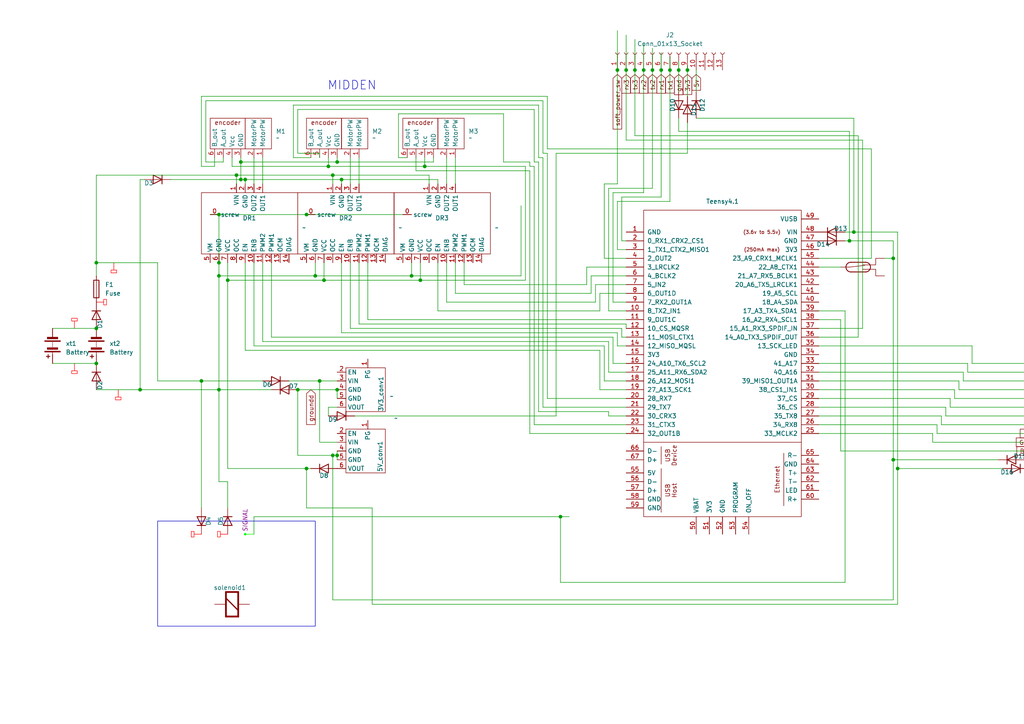
<source format=kicad_sch>
(kicad_sch (version 20231120) (generator "eeschema") (generator_version "8.0")
  (paper "A4")
  (lib_symbols
    (symbol "Connector:Conn_01x13_Socket" (pin_names (offset 1.016) hide)
      (property "Reference" "J" (at 0 17.78 0))
      (property "Value" "Conn_01x13_Socket" (at 0 -17.78 0))
      (symbol "Conn_01x13_Socket_1_1"
        (pin passive line (at -5.08 15.24 0) (length 3.81) (name "Pin_1") (number "1"))
        (pin passive line (at -5.08 -7.62 0) (length 3.81) (name "Pin_10") (number "10"))
        (pin passive line (at -5.08 -10.16 0) (length 3.81) (name "Pin_11") (number "11"))
        (pin passive line (at -5.08 -12.7 0) (length 3.81) (name "Pin_12") (number "12"))
        (pin passive line (at -5.08 -15.24 0) (length 3.81) (name "Pin_13") (number "13"))
        (pin passive line (at -5.08 12.7 0) (length 3.81) (name "Pin_2") (number "2"))
        (pin passive line (at -5.08 10.16 0) (length 3.81) (name "Pin_3") (number "3"))
        (pin passive line (at -5.08 7.62 0) (length 3.81) (name "Pin_4") (number "4"))
        (pin passive line (at -5.08 5.08 0) (length 3.81) (name "Pin_5") (number "5"))
        (pin passive line (at -5.08 2.54 0) (length 3.81) (name "Pin_6") (number "6"))
        (pin passive line (at -5.08 0 0) (length 3.81) (name "Pin_7") (number "7"))
        (pin passive line (at -5.08 -2.54 0) (length 3.81) (name "Pin_8") (number "8"))
        (pin passive line (at -5.08 -5.08 0) (length 3.81) (name "Pin_9") (number "9"))
      )
    )
    (symbol "Library:Battery" (pin_numbers hide) (pin_names (offset 0) hide)
      (property "Reference" "BT" (at 2.54 2.54 0))
      (property "Value" "Battery" (at 2.54 0 0))
      (symbol "Battery_1_1"
        (pin passive line (at 0 5.08 270) (length 2.54) (name "+") (number "1"))
        (pin passive line (at 0 -5.08 90) (length 2.54) (name "-") (number "2"))
      )
    )
    (symbol "Library:D" (pin_numbers hide) (pin_names (offset 1.016) hide)
      (property "Reference" "D" (at 0 2.54 0))
      (property "Value" "D" (at 0 -2.54 0))
      (symbol "D_1_1"
        (pin passive line (at -3.81 0 0) (length 2.54) (name "K") (number "1"))
        (pin passive line (at 3.81 0 180) (length 2.54) (name "A") (number "2"))
      )
    )
    (symbol "Library:Fuse" (pin_numbers hide) (pin_names (offset 0))
      (property "Reference" "F" (at 2.032 0 90))
      (property "Value" "Fuse" (at -1.905 0 90))
      (symbol "Fuse_1_1"
        (pin passive line (at 0 3.81 270) (length 1.27) (name "~") (number "1"))
        (pin passive line (at 0 -3.81 90) (length 1.27) (name "~") (number "2"))
      )
    )
    (symbol "Library:Re" (pin_numbers hide) (pin_names (offset 0) hide)
      (property "Reference" "Re" (at 0.635 3.175 0))
      (property "Value" "Re" (at 0.635 -3.175 0))
      (symbol "Re_1_0"
        (pin passive line (at 0 5.08 270) (length 3.175) (name "+") (number "1"))
        (pin passive line (at 0 -5.08 90) (length 3.175) (name "-") (number "2"))
      )
    )
    (symbol "Library:TB9051FTG"
      (property "Reference" "DR" (at 0 -1.778 0))
      (symbol "TB9051FTG_1_1"
        (pin input line (at -11.43 0 0) (length 2.54) (name "screw") (number "0"))
        (pin power_in line (at -3.81 8.89 270) (length 2.54) (name "VIN") (number "1"))
        (pin input line (at 1.27 -13.97 90) (length 2.54) (name "ENB") (number "10"))
        (pin input line (at 3.81 -13.97 90) (length 2.54) (name "PWM2") (number "11"))
        (pin input line (at 6.35 -13.97 90) (length 2.54) (name "PWM1") (number "12"))
        (pin output line (at 8.89 -13.97 90) (length 2.54) (name "OCM") (number "13"))
        (pin output line (at 11.43 -13.97 90) (length 2.54) (name "DIAG") (number "14"))
        (pin power_in line (at -1.27 8.89 270) (length 2.54) (name "GND") (number "2"))
        (pin power_out line (at 1.27 8.89 270) (length 2.54) (name "OUT2") (number "3"))
        (pin power_out line (at 3.81 8.89 270) (length 2.54) (name "OUT1") (number "4"))
        (pin power_out line (at -11.43 -13.97 90) (length 2.54) (name "VM") (number "5"))
        (pin power_in line (at -8.89 -13.97 90) (length 2.54) (name "GND") (number "6"))
        (pin power_in line (at -6.35 -13.97 90) (length 2.54) (name "VCC") (number "7"))
        (pin input line (at -3.81 -13.97 90) (length 2.54) (name "OCC") (number "8"))
        (pin input line (at -1.27 -13.97 90) (length 2.54) (name "EN") (number "9"))
      )
    )
    (symbol "Library:Teensy4.1" (pin_names (offset 1.016))
      (property "Reference" "U" (at 0 64.77 0))
      (property "Value" "Teensy4.1" (at 0 62.23 0))
      (symbol "Teensy4.1_0_0"
        (text "(250mA max)" (at 11.43 49.53 0) (effects (font (size 1.016 1.016))))
        (text "(3.6v to 5.5v)" (at 11.43 54.61 0) (effects (font (size 1.016 1.016))))
        (text "Device" (at -13.97 -10.16 900) (effects (font (size 1.27 1.27))))
        (text "Ethernet" (at 15.875 -17.145 900) (effects (font (size 1.27 1.27))))
        (text "Host" (at -13.97 -20.32 900) (effects (font (size 1.27 1.27))))
        (text "USB" (at -15.875 -20.32 900) (effects (font (size 1.27 1.27))))
        (text "USB" (at -15.875 -10.16 900) (effects (font (size 1.27 1.27))))
        (pin bidirectional line (at -27.94 31.75 0) (length 5.08) (name "8_TX2_IN1") (number "10"))
        (pin bidirectional line (at -27.94 29.21 0) (length 5.08) (name "9_OUT1C") (number "11"))
        (pin bidirectional line (at -27.94 26.67 0) (length 5.08) (name "10_CS_MQSR") (number "12"))
        (pin bidirectional line (at -27.94 24.13 0) (length 5.08) (name "11_MOSI_CTX1") (number "13"))
        (pin bidirectional line (at -27.94 21.59 0) (length 5.08) (name "12_MISO_MQSL") (number "14"))
        (pin power_in line (at -27.94 19.05 0) (length 5.08) (name "3V3") (number "15"))
        (pin bidirectional line (at -27.94 16.51 0) (length 5.08) (name "24_A10_TX6_SCL2") (number "16"))
        (pin bidirectional line (at -27.94 13.97 0) (length 5.08) (name "25_A11_RX6_SDA2") (number "17"))
        (pin bidirectional line (at -27.94 11.43 0) (length 5.08) (name "26_A12_MOSI1") (number "18"))
        (pin bidirectional line (at -27.94 8.89 0) (length 5.08) (name "27_A13_SCK1") (number "19"))
        (pin bidirectional line (at -27.94 6.35 0) (length 5.08) (name "28_RX7") (number "20"))
        (pin bidirectional line (at -27.94 3.81 0) (length 5.08) (name "29_TX7") (number "21"))
        (pin bidirectional line (at -27.94 1.27 0) (length 5.08) (name "30_CRX3") (number "22"))
        (pin bidirectional line (at -27.94 -1.27 0) (length 5.08) (name "31_CTX3") (number "23"))
        (pin bidirectional line (at -27.94 -3.81 0) (length 5.08) (name "32_OUT1B") (number "24"))
        (pin bidirectional line (at 27.94 -3.81 180) (length 5.08) (name "33_MCLK2") (number "25"))
        (pin bidirectional line (at 27.94 -1.27 180) (length 5.08) (name "34_RX8") (number "26"))
        (pin bidirectional line (at 27.94 1.27 180) (length 5.08) (name "35_TX8") (number "27"))
        (pin bidirectional line (at 27.94 3.81 180) (length 5.08) (name "36_CS") (number "28"))
        (pin bidirectional line (at 27.94 6.35 180) (length 5.08) (name "37_CS") (number "29"))
        (pin bidirectional line (at 27.94 8.89 180) (length 5.08) (name "38_CS1_IN1") (number "30"))
        (pin bidirectional line (at 27.94 11.43 180) (length 5.08) (name "39_MISO1_OUT1A") (number "31"))
        (pin bidirectional line (at 27.94 13.97 180) (length 5.08) (name "40_A16") (number "32"))
        (pin bidirectional line (at 27.94 16.51 180) (length 5.08) (name "41_A17") (number "33"))
        (pin bidirectional line (at 27.94 21.59 180) (length 5.08) (name "13_SCK_LED") (number "35"))
        (pin bidirectional line (at 27.94 24.13 180) (length 5.08) (name "14_A0_TX3_SPDIF_OUT") (number "36"))
        (pin bidirectional line (at 27.94 26.67 180) (length 5.08) (name "15_A1_RX3_SPDIF_IN") (number "37"))
        (pin bidirectional line (at 27.94 29.21 180) (length 5.08) (name "16_A2_RX4_SCL1") (number "38"))
        (pin bidirectional line (at 27.94 31.75 180) (length 5.08) (name "17_A3_TX4_SDA1") (number "39"))
        (pin bidirectional line (at 27.94 34.29 180) (length 5.08) (name "18_A4_SDA") (number "40"))
        (pin bidirectional line (at 27.94 36.83 180) (length 5.08) (name "19_A5_SCL") (number "41"))
        (pin bidirectional line (at 27.94 39.37 180) (length 5.08) (name "20_A6_TX5_LRCLK1") (number "42"))
        (pin bidirectional line (at 27.94 41.91 180) (length 5.08) (name "21_A7_RX5_BCLK1") (number "43"))
        (pin bidirectional line (at 27.94 44.45 180) (length 5.08) (name "22_A8_CTX1") (number "44"))
        (pin bidirectional line (at 27.94 46.99 180) (length 5.08) (name "23_A9_CRX1_MCLK1") (number "45"))
        (pin output line (at 27.94 49.53 180) (length 5.08) (name "3V3") (number "46"))
        (pin output line (at 27.94 52.07 180) (length 5.08) (name "GND") (number "47"))
        (pin power_in line (at 27.94 54.61 180) (length 5.08) (name "VIN") (number "48"))
        (pin power_out line (at 27.94 58.42 180) (length 5.08) (name "VUSB") (number "49"))
        (pin bidirectional line (at -27.94 44.45 0) (length 5.08) (name "3_LRCLK2") (number "5"))
        (pin power_in line (at -7.62 -33.02 90) (length 5.08) (name "VBAT") (number "50"))
        (pin power_in line (at -3.81 -33.02 90) (length 5.08) (name "3V3") (number "51"))
        (pin input line (at 0 -33.02 90) (length 5.08) (name "GND") (number "52"))
        (pin input line (at 3.81 -33.02 90) (length 5.08) (name "PROGRAM") (number "53"))
        (pin input line (at 7.62 -33.02 90) (length 5.08) (name "ON_OFF") (number "54"))
        (pin power_out line (at -27.94 -15.24 0) (length 5.08) (name "5V") (number "55"))
        (pin bidirectional line (at -27.94 -17.78 0) (length 5.08) (name "D-") (number "56"))
        (pin bidirectional line (at -27.94 -20.32 0) (length 5.08) (name "D+") (number "57"))
        (pin power_in line (at -27.94 -22.86 0) (length 5.08) (name "GND") (number "58"))
        (pin power_in line (at -27.94 -25.4 0) (length 5.08) (name "GND") (number "59"))
        (pin bidirectional line (at -27.94 41.91 0) (length 5.08) (name "4_BCLK2") (number "6"))
        (pin bidirectional line (at 27.94 -22.86 180) (length 5.08) (name "R+") (number "60"))
        (pin bidirectional line (at 27.94 -20.32 180) (length 5.08) (name "LED") (number "61"))
        (pin bidirectional line (at 27.94 -17.78 180) (length 5.08) (name "T-") (number "62"))
        (pin bidirectional line (at 27.94 -15.24 180) (length 5.08) (name "T+") (number "63"))
        (pin power_in line (at 27.94 -12.7 180) (length 5.08) (name "GND") (number "64"))
        (pin bidirectional line (at 27.94 -10.16 180) (length 5.08) (name "R-") (number "65"))
        (pin bidirectional line (at -27.94 -8.89 0) (length 5.08) (name "D-") (number "66"))
        (pin bidirectional line (at -27.94 -11.43 0) (length 5.08) (name "D+") (number "67"))
        (pin bidirectional line (at -27.94 39.37 0) (length 5.08) (name "5_IN2") (number "7"))
        (pin bidirectional line (at -27.94 36.83 0) (length 5.08) (name "6_OUT1D") (number "8"))
        (pin bidirectional line (at -27.94 34.29 0) (length 5.08) (name "7_RX2_OUT1A") (number "9"))
      )
      (symbol "Teensy4.1_1_1"
        (pin power_in line (at -27.94 54.61 0) (length 5.08) (name "GND") (number "1"))
        (pin bidirectional line (at -27.94 52.07 0) (length 5.08) (name "0_RX1_CRX2_CS1") (number "2"))
        (pin bidirectional line (at -27.94 49.53 0) (length 5.08) (name "1_TX1_CTX2_MISO1") (number "3"))
        (pin power_in line (at 27.94 19.05 180) (length 5.08) (name "GND") (number "34"))
        (pin bidirectional line (at -27.94 46.99 0) (length 5.08) (name "2_OUT2") (number "4"))
      )
    )
    (symbol "Library:pololu_3.3V,_3.7A_Step-Down_Voltage_Regulator_D30V30F3"
      (property "Reference" "3V3_conv" (at 8.636 -8.382 90))
      (symbol "pololu_3.3V,_3.7A_Step-Down_Voltage_Regulator_D30V30F3_1_1"
        (pin output line (at 5.08 1.27 270) (length 2.54) (name "PG") (number "1"))
        (pin input line (at -3.81 -2.54 0) (length 2.54) (name "EN") (number "2"))
        (pin power_in line (at -3.81 -5.08 0) (length 2.54) (name "VIN") (number "3"))
        (pin power_in line (at -3.81 -7.62 0) (length 2.54) (name "GND") (number "4"))
        (pin power_in line (at -3.81 -10.16 0) (length 2.54) (name "GND") (number "5"))
        (pin power_in line (at -3.81 -12.7 0) (length 2.54) (name "VOUT") (number "6"))
      )
    )
    (symbol "Library:pololu_4.4{colon}1_Metal_Gearmotor_25Dx63L_mm_MP_12V_with_48_CPR_Encoder"
      (property "Reference" "M" (at 0.508 -5.842 0))
      (symbol "pololu_4.4{colon}1_Metal_Gearmotor_25Dx63L_mm_MP_12V_with_48_CPR_Encoder_1_1"
        (text "encoder\n" (at 3.81 -2.54 0) (effects (font (size 1.27 1.27))))
        (pin power_in line (at -6.35 7.62 270) (length 2.54) (name "MotorPW") (number "1"))
        (pin power_in line (at -3.81 7.62 270) (length 2.54) (name "MotorPW") (number "2"))
        (pin power_in line (at 0 7.62 270) (length 2.54) (name "GND") (number "3"))
        (pin power_in line (at 2.54 7.62 270) (length 2.54) (name "Vcc") (number "4"))
        (pin output line (at 5.08 7.62 270) (length 2.54) (name "A_out") (number "5"))
        (pin output line (at 7.62 7.62 270) (length 2.54) (name "B_out") (number "6"))
      )
    )
    (symbol "Library:pololu_5V,_3.4A_Step-Down_Voltage_Regulator_D30V30F5"
      (property "Reference" "5V_conv" (at 7.366 -21.082 90))
      (symbol "pololu_5V,_3.4A_Step-Down_Voltage_Regulator_D30V30F5_1_1"
        (pin output line (at 3.81 -10.16 270) (length 2.54) (name "PG") (number "1"))
        (pin input line (at -5.08 -13.97 0) (length 2.54) (name "EN") (number "2"))
        (pin power_in line (at -5.08 -16.51 0) (length 2.54) (name "VIN") (number "3"))
        (pin power_in line (at -5.08 -19.05 0) (length 2.54) (name "GND") (number "4"))
        (pin power_in line (at -5.08 -21.59 0) (length 2.54) (name "GND") (number "5"))
        (pin power_in line (at -5.08 -24.13 0) (length 2.54) (name "VOUT") (number "6"))
      )
    )
    (symbol "Switch:SW_Reed_SPDT" (pin_numbers hide) (pin_names (offset 0) hide)
      (property "Reference" "SW" (at 0 2.54 0))
      (property "Value" "SW_Reed_SPDT" (at 0 -3.81 0))
      (symbol "SW_Reed_SPDT_1_1"
        (pin passive line (at 7.62 2.54 180) (length 2.54) (name "1") (number "1"))
        (pin passive line (at -5.08 0 0) (length 2.54) (name "2") (number "2"))
        (pin passive line (at 7.62 -2.54 180) (length 2.54) (name "3") (number "3"))
      )
    )
    (symbol "TB9051FTG_1"
      (property "Reference" "DR" (at 0 -1.778 0))
      (symbol "TB9051FTG_1_1_1"
        (pin input line (at -11.43 0 0) (length 2.54) (name "screw") (number "0"))
        (pin power_in line (at -3.81 8.89 270) (length 2.54) (name "VIN") (number "1"))
        (pin input line (at 1.27 -13.97 90) (length 2.54) (name "ENB") (number "10"))
        (pin input line (at 3.81 -13.97 90) (length 2.54) (name "PWM2") (number "11"))
        (pin input line (at 6.35 -13.97 90) (length 2.54) (name "PWM1") (number "12"))
        (pin output line (at 8.89 -13.97 90) (length 2.54) (name "OCM") (number "13"))
        (pin output line (at 11.43 -13.97 90) (length 2.54) (name "DIAG") (number "14"))
        (pin power_in line (at -1.27 8.89 270) (length 2.54) (name "GND") (number "2"))
        (pin power_out line (at 1.27 8.89 270) (length 2.54) (name "OUT2") (number "3"))
        (pin power_out line (at 3.81 8.89 270) (length 2.54) (name "OUT1") (number "4"))
        (pin power_out line (at -11.43 -13.97 90) (length 2.54) (name "VM") (number "5"))
        (pin power_in line (at -8.89 -13.97 90) (length 2.54) (name "GND") (number "6"))
        (pin power_in line (at -6.35 -13.97 90) (length 2.54) (name "VCC") (number "7"))
        (pin input line (at -3.81 -13.97 90) (length 2.54) (name "OCC") (number "8"))
        (pin input line (at -1.27 -13.97 90) (length 2.54) (name "EN") (number "9"))
      )
    )
    (symbol "TB9051FTG_2"
      (property "Reference" "DR" (at 0 -1.778 0))
      (symbol "TB9051FTG_2_1_1"
        (pin input line (at -11.43 0 0) (length 2.54) (name "screw") (number "0"))
        (pin power_in line (at -3.81 8.89 270) (length 2.54) (name "VIN") (number "1"))
        (pin input line (at 1.27 -13.97 90) (length 2.54) (name "ENB") (number "10"))
        (pin input line (at 3.81 -13.97 90) (length 2.54) (name "PWM2") (number "11"))
        (pin input line (at 6.35 -13.97 90) (length 2.54) (name "PWM1") (number "12"))
        (pin output line (at 8.89 -13.97 90) (length 2.54) (name "OCM") (number "13"))
        (pin output line (at 11.43 -13.97 90) (length 2.54) (name "DIAG") (number "14"))
        (pin power_in line (at -1.27 8.89 270) (length 2.54) (name "GND") (number "2"))
        (pin power_out line (at 1.27 8.89 270) (length 2.54) (name "OUT2") (number "3"))
        (pin power_out line (at 3.81 8.89 270) (length 2.54) (name "OUT1") (number "4"))
        (pin power_out line (at -11.43 -13.97 90) (length 2.54) (name "VM") (number "5"))
        (pin power_in line (at -8.89 -13.97 90) (length 2.54) (name "GND") (number "6"))
        (pin power_in line (at -6.35 -13.97 90) (length 2.54) (name "VCC") (number "7"))
        (pin input line (at -3.81 -13.97 90) (length 2.54) (name "OCC") (number "8"))
        (pin input line (at -1.27 -13.97 90) (length 2.54) (name "EN") (number "9"))
      )
    )
  )
  (junction (at 304.8 107.95))
  (junction (at 66.04 81.28))
  (junction (at 121.92 81.28))
  (junction (at 86.36 113.03))
  (junction (at 304.8 130.81))
  (junction (at 186.69 20.32))
  (junction (at 93.98 81.28))
  (junction (at 95.25 48.26))
  (junction (at 58.42 110.49))
  (junction (at 260.35 135.89))
  (junction (at 97.79 132.08))
  (junction (at 97.79 46.99))
  (junction (at 194.31 20.32))
  (junction (at 304.8 113.03))
  (junction (at 27.94 105.41))
  (junction (at 304.8 110.49))
  (junction (at 304.8 115.57))
  (junction (at 92.71 110.49))
  (junction (at 181.61 20.32))
  (junction (at 304.8 133.35))
  (junction (at 63.5 76.2))
  (junction (at 63.5 62.23))
  (junction (at 63.5 113.03))
  (junction (at 69.85 52.07))
  (junction (at 40.64 113.03))
  (junction (at 97.79 113.03))
  (junction (at 68.58 50.8))
  (junction (at 162.56 149.86))
  (junction (at 184.15 20.32))
  (junction (at 191.77 20.32))
  (junction (at 247.65 67.31))
  (junction (at 304.8 118.11))
  (junction (at 259.08 74.93))
  (junction (at 199.39 20.32))
  (junction (at 304.8 128.27))
  (junction (at 304.8 105.41))
  (junction (at 179.07 20.32))
  (junction (at 96.52 132.08))
  (junction (at 304.8 135.89))
  (junction (at 259.08 133.35))
  (junction (at 196.85 20.32))
  (junction (at 189.23 20.32))
  (junction (at 91.44 80.01))
  (junction (at 27.94 95.25))
  (junction (at 88.9 135.89))
  (junction (at 88.9 62.23))
  (junction (at 71.12 52.07))
  (junction (at 69.85 46.99))
  (junction (at 304.8 125.73))
  (junction (at 304.8 123.19))
  (junction (at 119.38 80.01))
  (junction (at 63.5 80.01))
  (junction (at 96.52 50.8))
  (junction (at 123.19 48.26))
  (junction (at 246.38 69.85))
  (junction (at 99.06 52.07))
  (junction (at 27.94 76.2))
  (wire (pts (xy 180.34 69.85) (xy 180.34 57.15)))
  (wire (pts (xy 247.65 67.31) (xy 245.11 67.31)))
  (wire (pts (xy 260.35 135.89) (xy 260.35 175.26)))
  (wire (pts (xy 91.44 80.01) (xy 91.44 76.2)))
  (wire (pts (xy 154.94 31.75) (xy 154.94 46.99)))
  (wire (pts (xy 304.8 118.11) (xy 309.88 118.11)))
  (wire (pts (xy 68.58 50.8) (xy 68.58 53.34)))
  (wire (pts (xy 97.79 113.03) (xy 97.79 115.57)))
  (wire (pts (xy 316.23 113.03) (xy 316.23 105.41)))
  (wire (pts (xy 181.61 110.49) (xy 175.26 110.49)))
  (wire (pts (xy 27.94 76.2) (xy 45.72 76.2)))
  (wire (pts (xy 304.8 113.03) (xy 312.42 113.03)))
  (wire (pts (xy 85.09 30.48) (xy 156.21 30.48)))
  (wire (pts (xy 252.73 74.93) (xy 237.49 74.93)))
  (wire (pts (xy 181.61 105.41) (xy 177.8 105.41)))
  (wire (pts (xy 158.75 27.94) (xy 158.75 43.18)))
  (wire (pts (xy 123.19 48.26) (xy 152.4 48.26)))
  (wire (pts (xy 66.04 135.89) (xy 88.9 135.89)))
  (wire (pts (xy 97.79 130.81) (xy 97.79 132.08)))
  (wire (pts (xy 96.52 132.08) (xy 96.52 173.99)))
  (wire (pts (xy 237.49 100.33) (xy 281.94 100.33)))
  (wire (pts (xy 99.06 96.52) (xy 179.07 96.52)))
  (wire (pts (xy 298.45 135.89) (xy 304.8 135.89)))
  (wire (pts (xy 157.48 44.45) (xy 158.75 44.45)))
  (wire (pts (xy 260.35 67.31) (xy 260.35 135.89)))
  (wire (pts (xy 132.08 76.2) (xy 132.08 85.09)))
  (wire (pts (xy 245.11 168.91) (xy 245.11 90.17)))
  (wire (pts (xy 196.85 20.32) (xy 196.85 26.67)))
  (wire (pts (xy 90.17 45.72) (xy 85.09 45.72)))
  (wire (pts (xy 189.23 54.61) (xy 176.53 54.61)))
  (wire (pts (xy 314.96 127) (xy 458.47 127)))
  (wire (pts (xy 175.26 110.49) (xy 175.26 100.33)))
  (wire (pts (xy 252.73 43.18) (xy 252.73 74.93)))
  (wire (pts (xy 250.19 40.64) (xy 181.61 40.64)))
  (wire (pts (xy 86.36 31.75) (xy 86.36 44.45)))
  (wire (pts (xy 124.46 53.34) (xy 124.46 50.8)))
  (wire (pts (xy 152.4 81.28) (xy 121.92 81.28)))
  (wire (pts (xy 312.42 116.84) (xy 438.15 116.84)))
  (wire (pts (xy 259.08 133.35) (xy 259.08 173.99)))
  (wire (pts (xy 69.85 45.72) (xy 69.85 46.99)))
  (wire (pts (xy 66.04 147.32) (xy 66.04 139.7)))
  (wire (pts (xy 127 76.2) (xy 127 90.17)))
  (wire (pts (xy 119.38 80.01) (xy 91.44 80.01)))
  (wire (pts (xy 156.21 119.38) (xy 176.53 119.38)))
  (wire (pts (xy 176.53 107.95) (xy 181.61 107.95)))
  (wire (pts (xy 176.53 54.61) (xy 176.53 90.17)))
  (wire (pts (xy 243.84 77.47) (xy 237.49 77.47)))
  (wire (pts (xy 63.5 80.01) (xy 63.5 113.03)))
  (wire (pts (xy 78.74 97.79) (xy 78.74 76.2)))
  (wire (pts (xy 125.73 46.99) (xy 125.73 45.72)))
  (wire (pts (xy 186.69 12.7) (xy 186.69 20.32)))
  (wire (pts (xy 102.87 120.65) (xy 161.29 120.65)))
  (wire (pts (xy 76.2 76.2) (xy 76.2 99.06)))
  (wire (pts (xy 304.8 123.19) (xy 309.88 123.19)))
  (wire (pts (xy 92.71 128.27) (xy 92.71 110.49)))
  (wire (pts (xy 162.56 149.86) (xy 165.1 149.86)))
  (wire (pts (xy 274.32 118.11) (xy 274.32 120.65)))
  (wire (pts (xy 129.54 87.63) (xy 172.72 87.63)))
  (wire (pts (xy 101.6 95.25) (xy 180.34 95.25)))
  (wire (pts (xy 69.85 46.99) (xy 97.79 46.99)))
  (wire (pts (xy 161.29 120.65) (xy 161.29 44.45)))
  (wire (pts (xy 124.46 50.8) (xy 96.52 50.8)))
  (wire (pts (xy 311.15 118.11) (xy 311.15 115.57)))
  (wire (pts (xy 99.06 52.07) (xy 127 52.07)))
  (wire (pts (xy 119.38 80.01) (xy 151.13 80.01)))
  (wire (pts (xy 158.75 43.18) (xy 252.73 43.18)))
  (wire (pts (xy 69.85 46.99) (xy 69.85 52.07)))
  (wire (pts (xy 62.23 48.26) (xy 58.42 48.26)))
  (wire (pts (xy 119.38 76.2) (xy 119.38 80.01)))
  (wire (pts (xy 73.66 45.72) (xy 73.66 53.34)))
  (wire (pts (xy 176.53 90.17) (xy 181.61 90.17)))
  (wire (pts (xy 96.52 50.8) (xy 96.52 53.34)))
  (wire (pts (xy 118.11 45.72) (xy 115.57 45.72)))
  (wire (pts (xy 177.8 55.88) (xy 186.69 55.88)))
  (wire (pts (xy 245.11 90.17) (xy 237.49 90.17)))
  (wire (pts (xy 313.69 115.57) (xy 313.69 110.49)))
  (wire (pts (xy 280.67 105.41) (xy 280.67 107.95)))
  (wire (pts (xy 161.29 44.45) (xy 199.39 44.45)))
  (wire (pts (xy 237.49 123.19) (xy 271.78 123.19)))
  (wire (pts (xy 85.09 45.72) (xy 85.09 30.48)))
  (wire (pts (xy 270.51 128.27) (xy 270.51 125.73)))
  (wire (pts (xy 63.5 113.03) (xy 78.74 113.03)))
  (wire (pts (xy 248.92 39.37) (xy 184.15 39.37)))
  (wire (pts (xy 312.42 124.46) (xy 453.39 124.46)))
  (wire (pts (xy 107.95 147.32) (xy 107.95 175.26)))
  (wire (pts (xy 62.23 45.72) (xy 62.23 48.26)))
  (wire (pts (xy 153.67 49.53) (xy 153.67 125.73)))
  (wire (pts (xy 91.44 80.01) (xy 63.5 80.01)))
  (wire (pts (xy 176.53 99.06) (xy 176.53 107.95)))
  (wire (pts (xy 132.08 45.72) (xy 132.08 53.34)))
  (wire (pts (xy 92.71 128.27) (xy 97.79 128.27)))
  (wire (pts (xy 304.8 133.35) (xy 314.96 133.35)))
  (wire (pts (xy 69.85 52.07) (xy 71.12 52.07)))
  (wire (pts (xy 172.72 87.63) (xy 172.72 82.55)))
  (wire (pts (xy 177.8 105.41) (xy 177.8 97.79)))
  (wire (pts (xy 158.75 44.45) (xy 158.75 115.57)))
  (wire (pts (xy 95.25 118.11) (xy 95.25 120.65)))
  (wire (pts (xy 309.88 119.38) (xy 443.23 119.38)))
  (wire (pts (xy 276.86 113.03) (xy 276.86 115.57)))
  (wire (pts (xy 129.54 87.63) (xy 129.54 76.2)))
  (wire (pts (xy 194.31 16.51) (xy 194.31 20.32)))
  (wire (pts (xy 199.39 19.05) (xy 199.39 20.32)))
  (wire (pts (xy 115.57 33.02) (xy 146.05 33.02)))
  (wire (pts (xy 290.83 135.89) (xy 260.35 135.89)))
  (wire (pts (xy 259.08 69.85) (xy 259.08 74.93)))
  (wire (pts (xy 68.58 50.8) (xy 27.94 50.8)))
  (wire (pts (xy 86.36 113.03) (xy 86.36 132.08)))
  (wire (pts (xy 123.19 45.72) (xy 123.19 48.26)))
  (wire (pts (xy 121.92 81.28) (xy 121.92 76.2)))
  (wire (pts (xy 123.19 48.26) (xy 95.25 48.26)))
  (wire (pts (xy 134.62 82.55) (xy 170.18 82.55)))
  (wire (pts (xy 157.48 29.21) (xy 157.48 44.45)))
  (wire (pts (xy 181.61 97.79) (xy 180.34 97.79)))
  (wire (pts (xy 104.14 76.2) (xy 104.14 93.98)))
  (wire (pts (xy 191.77 20.32) (xy 191.77 57.15)))
  (wire (pts (xy 86.36 31.75) (xy 154.94 31.75)))
  (wire (pts (xy 45.72 110.49) (xy 58.42 110.49)))
  (wire (pts (xy 15.24 95.25) (xy 27.94 95.25)))
  (wire (pts (xy 276.86 115.57) (xy 304.8 115.57)))
  (wire (pts (xy 243.84 92.71) (xy 237.49 92.71)))
  (wire (pts (xy 199.39 20.32) (xy 199.39 27.94)))
  (wire (pts (xy 146.05 33.02) (xy 146.05 46.99)))
  (wire (pts (xy 179.07 53.34) (xy 175.26 53.34)))
  (wire (pts (xy 245.11 69.85) (xy 246.38 69.85)))
  (wire (pts (xy 153.67 125.73) (xy 181.61 125.73)))
  (wire (pts (xy 86.36 113.03) (xy 97.79 113.03)))
  (wire (pts (xy 179.07 8.89) (xy 179.07 20.32)))
  (wire (pts (xy 194.31 58.42) (xy 179.07 58.42)))
  (wire (pts (xy 173.99 85.09) (xy 173.99 90.17)))
  (wire (pts (xy 71.12 52.07) (xy 99.06 52.07)))
  (wire (pts (xy 71.12 101.6) (xy 173.99 101.6)))
  (wire (pts (xy 156.21 46.99) (xy 156.21 119.38)))
  (wire (pts (xy 40.64 52.07) (xy 40.64 113.03)))
  (wire (pts (xy 196.85 34.29) (xy 196.85 38.1)))
  (wire (pts (xy 120.65 45.72) (xy 120.65 49.53)))
  (wire (pts (xy 106.68 92.71) (xy 106.68 76.2)))
  (wire (pts (xy 247.65 34.29) (xy 247.65 67.31)))
  (wire (pts (xy 97.79 46.99) (xy 125.73 46.99)))
  (wire (pts (xy 237.49 113.03) (xy 276.86 113.03)))
  (wire (pts (xy 64.77 46.99) (xy 59.69 46.99)))
  (wire (pts (xy 304.8 128.27) (xy 312.42 128.27)))
  (wire (pts (xy 256.54 74.93) (xy 259.08 74.93)))
  (wire (pts (xy 45.72 76.2) (xy 45.72 110.49)))
  (wire (pts (xy 179.07 58.42) (xy 179.07 72.39)))
  (wire (pts (xy 309.88 121.92) (xy 448.31 121.92)))
  (wire (pts (xy 67.31 48.26) (xy 67.31 45.72)))
  (wire (pts (xy 186.69 20.32) (xy 186.69 55.88)))
  (wire (pts (xy 181.61 20.32) (xy 181.61 40.64)))
  (wire (pts (xy 237.49 95.25) (xy 250.19 95.25)))
  (wire (pts (xy 153.67 46.99) (xy 153.67 48.26)))
  (wire (pts (xy 49.53 52.07) (xy 69.85 52.07)))
  (wire (pts (xy 58.42 110.49) (xy 76.2 110.49)))
  (wire (pts (xy 104.14 45.72) (xy 104.14 53.34)))
  (wire (pts (xy 250.19 95.25) (xy 250.19 40.64)))
  (wire (pts (xy 311.15 123.19) (xy 450.85 123.19)))
  (wire (pts (xy 134.62 82.55) (xy 134.62 76.2)))
  (wire (pts (xy 88.9 135.89) (xy 90.17 135.89)))
  (wire (pts (xy 237.49 105.41) (xy 280.67 105.41)))
  (wire (pts (xy 63.5 139.7) (xy 63.5 113.03)))
  (wire (pts (xy 281.94 100.33) (xy 281.94 105.41)))
  (wire (pts (xy 237.49 115.57) (xy 275.59 115.57)))
  (wire (pts (xy 99.06 52.07) (xy 99.06 53.34)))
  (wire (pts (xy 304.8 105.41) (xy 316.23 105.41)))
  (wire (pts (xy 58.42 27.94) (xy 158.75 27.94)))
  (wire (pts (xy 312.42 113.03) (xy 312.42 116.84)))
  (wire (pts (xy 76.2 99.06) (xy 176.53 99.06)))
  (wire (pts (xy 132.08 85.09) (xy 171.45 85.09)))
  (wire (pts (xy 304.8 125.73) (xy 311.15 125.73)))
  (wire (pts (xy 181.61 123.19) (xy 154.94 123.19)))
  (wire (pts (xy 181.61 69.85) (xy 180.34 69.85)))
  (wire (pts (xy 237.49 107.95) (xy 279.4 107.95)))
  (wire (pts (xy 63.5 62.23) (xy 63.5 76.2)))
  (wire (pts (xy 180.34 97.79) (xy 180.34 95.25)))
  (wire (pts (xy 101.6 95.25) (xy 101.6 76.2)))
  (wire (pts (xy 313.69 125.73) (xy 313.69 130.81)))
  (wire (pts (xy 99.06 76.2) (xy 99.06 96.52)))
  (wire (pts (xy 274.32 120.65) (xy 304.8 120.65)))
  (wire (pts (xy 15.24 105.41) (xy 27.94 105.41)))
  (wire (pts (xy 115.57 45.72) (xy 115.57 33.02)))
  (wire (pts (xy 259.08 74.93) (xy 259.08 133.35)))
  (wire (pts (xy 127 52.07) (xy 127 53.34)))
  (wire (pts (xy 309.88 119.38) (xy 309.88 118.11)))
  (wire (pts (xy 275.59 115.57) (xy 275.59 118.11)))
  (wire (pts (xy 314.96 114.3) (xy 433.07 114.3)))
  (wire (pts (xy 304.8 130.81) (xy 313.69 130.81)))
  (wire (pts (xy 95.25 48.26) (xy 95.25 45.72)))
  (wire (pts (xy 271.78 123.19) (xy 271.78 125.73)))
  (wire (pts (xy 196.85 17.78) (xy 196.85 20.32)))
  (wire (pts (xy 177.8 87.63) (xy 177.8 55.88)))
  (wire (pts (xy 181.61 85.09) (xy 173.99 85.09)))
  (wire (pts (xy 66.04 135.89) (xy 66.04 81.28)))
  (wire (pts (xy 83.82 110.49) (xy 92.71 110.49)))
  (wire (pts (xy 73.66 149.86) (xy 162.56 149.86)))
  (wire (pts (xy 162.56 168.91) (xy 245.11 168.91)))
  (wire (pts (xy 311.15 118.11) (xy 440.69 118.11)))
  (wire (pts (xy 173.99 113.03) (xy 181.61 113.03)))
  (wire (pts (xy 27.94 50.8) (xy 27.94 76.2)))
  (wire (pts (xy 129.54 45.72) (xy 129.54 53.34)))
  (wire (pts (xy 237.49 97.79) (xy 248.92 97.79)))
  (wire (pts (xy 97.79 132.08) (xy 97.79 133.35)))
  (wire (pts (xy 93.98 81.28) (xy 121.92 81.28)))
  (wire (pts (xy 88.9 62.23) (xy 116.84 62.23)))
  (wire (pts (xy 71.12 53.34) (xy 71.12 52.07)))
  (wire (pts (xy 280.67 107.95) (xy 304.8 107.95)))
  (wire (pts (xy 313.69 115.57) (xy 435.61 115.57)))
  (wire (pts (xy 177.8 97.79) (xy 78.74 97.79)))
  (wire (pts (xy 271.78 125.73) (xy 304.8 125.73)))
  (wire (pts (xy 73.66 154.94) (xy 73.66 149.86)))
  (wire (pts (xy 194.31 20.32) (xy 194.31 58.42)))
  (wire (pts (xy 154.94 48.26) (xy 153.67 48.26)))
  (wire (pts (xy 63.5 62.23) (xy 88.9 62.23)))
  (wire (pts (xy 59.69 29.21) (xy 157.48 29.21)))
  (wire (pts (xy 237.49 118.11) (xy 274.32 118.11)))
  (wire (pts (xy 106.68 92.71) (xy 181.61 92.71)))
  (wire (pts (xy 273.05 120.65) (xy 273.05 123.19)))
  (wire (pts (xy 184.15 11.43) (xy 184.15 20.32)))
  (wire (pts (xy 243.84 130.81) (xy 304.8 130.81)))
  (wire (pts (xy 59.69 46.99) (xy 59.69 29.21)))
  (wire (pts (xy 248.92 97.79) (xy 248.92 39.37)))
  (wire (pts (xy 304.8 115.57) (xy 311.15 115.57)))
  (wire (pts (xy 179.07 96.52) (xy 179.07 100.33)))
  (wire (pts (xy 170.18 77.47) (xy 181.61 77.47)))
  (wire (pts (xy 63.5 76.2) (xy 63.5 80.01)))
  (wire (pts (xy 154.94 46.99) (xy 156.21 46.99)))
  (wire (pts (xy 179.07 20.32) (xy 179.07 53.34)))
  (wire (pts (xy 309.88 123.19) (xy 309.88 121.92)))
  (wire (pts (xy 157.48 118.11) (xy 157.48 45.72)))
  (wire (pts (xy 314.96 107.95) (xy 314.96 114.3)))
  (wire (pts (xy 304.8 135.89) (xy 316.23 135.89)))
  (wire (pts (xy 154.94 123.19) (xy 154.94 48.26)))
  (wire (pts (xy 260.35 67.31) (xy 247.65 67.31)))
  (wire (pts (xy 92.71 44.45) (xy 86.36 44.45)))
  (wire (pts (xy 278.13 113.03) (xy 304.8 113.03)))
  (wire (pts (xy 201.93 34.29) (xy 247.65 34.29)))
  (wire (pts (xy 243.84 130.81) (xy 243.84 92.71)))
  (wire (pts (xy 311.15 123.19) (xy 311.15 125.73)))
  (wire (pts (xy 201.93 20.32) (xy 201.93 26.67)))
  (wire (pts (xy 40.64 113.03) (xy 63.5 113.03)))
  (wire (pts (xy 281.94 105.41) (xy 304.8 105.41)))
  (wire (pts (xy 179.07 100.33) (xy 181.61 100.33)))
  (wire (pts (xy 92.71 110.49) (xy 97.79 110.49)))
  (wire (pts (xy 237.49 110.49) (xy 278.13 110.49)))
  (wire (pts (xy 181.61 93.98) (xy 181.61 95.25)))
  (wire (pts (xy 175.26 100.33) (xy 73.66 100.33)))
  (wire (pts (xy 40.64 52.07) (xy 41.91 52.07)))
  (wire (pts (xy 270.51 125.73) (xy 237.49 125.73)))
  (wire (pts (xy 101.6 45.72) (xy 101.6 53.34)))
  (wire (pts (xy 180.34 57.15) (xy 191.77 57.15)))
  (wire (pts (xy 88.9 147.32) (xy 107.95 147.32)))
  (wire (pts (xy 246.38 38.1) (xy 246.38 69.85)))
  (wire (pts (xy 237.49 120.65) (xy 273.05 120.65)))
  (wire (pts (xy 189.23 20.32) (xy 189.23 54.61)))
  (wire (pts (xy 181.61 80.01) (xy 171.45 80.01)))
  (wire (pts (xy 96.52 173.99) (xy 259.08 173.99)))
  (wire (pts (xy 297.18 133.35) (xy 304.8 133.35)))
  (wire (pts (xy 73.66 76.2) (xy 73.66 100.33)))
  (wire (pts (xy 270.51 128.27) (xy 304.8 128.27)))
  (wire (pts (xy 191.77 15.24) (xy 191.77 20.32)))
  (wire (pts (xy 176.53 119.38) (xy 176.53 120.65)))
  (wire (pts (xy 179.07 72.39) (xy 181.61 72.39)))
  (wire (pts (xy 173.99 101.6) (xy 173.99 113.03)))
  (wire (pts (xy 173.99 90.17) (xy 127 90.17)))
  (wire (pts (xy 176.53 120.65) (xy 181.61 120.65)))
  (wire (pts (xy 76.2 45.72) (xy 76.2 53.34)))
  (wire (pts (xy 278.13 110.49) (xy 278.13 113.03)))
  (wire (pts (xy 316.23 135.89) (xy 316.23 128.27)))
  (wire (pts (xy 71.12 76.2) (xy 71.12 101.6)))
  (wire (pts (xy 157.48 45.72) (xy 156.21 45.72)))
  (wire (pts (xy 60.96 62.23) (xy 63.5 62.23)))
  (wire (pts (xy 316.23 113.03) (xy 430.53 113.03)))
  (wire (pts (xy 146.05 46.99) (xy 153.67 46.99)))
  (wire (pts (xy 66.04 81.28) (xy 93.98 81.28)))
  (wire (pts (xy 158.75 115.57) (xy 181.61 115.57)))
  (wire (pts (xy 92.71 45.72) (xy 92.71 44.45)))
  (wire (pts (xy 97.79 46.99) (xy 97.79 45.72)))
  (wire (pts (xy 175.26 74.93) (xy 181.61 74.93)))
  (wire (pts (xy 304.8 110.49) (xy 313.69 110.49)))
  (wire (pts (xy 313.69 125.73) (xy 455.93 125.73)))
  (wire (pts (xy 304.8 107.95) (xy 314.96 107.95)))
  (wire (pts (xy 312.42 128.27) (xy 312.42 124.46)))
  (wire (pts (xy 27.94 76.2) (xy 27.94 80.01)))
  (wire (pts (xy 66.04 76.2) (xy 66.04 81.28)))
  (wire (pts (xy 316.23 128.27) (xy 461.01 128.27)))
  (wire (pts (xy 86.36 132.08) (xy 96.52 132.08)))
  (wire (pts (xy 120.65 49.53) (xy 153.67 49.53)))
  (wire (pts (xy 279.4 107.95) (xy 279.4 110.49)))
  (wire (pts (xy 273.05 123.19) (xy 304.8 123.19)))
  (wire (pts (xy 93.98 81.28) (xy 93.98 76.2)))
  (wire (pts (xy 184.15 20.32) (xy 184.15 39.37)))
  (wire (pts (xy 314.96 133.35) (xy 314.96 127)))
  (wire (pts (xy 64.77 45.72) (xy 64.77 46.99)))
  (wire (pts (xy 58.42 110.49) (xy 58.42 147.32)))
  (wire (pts (xy 88.9 135.89) (xy 88.9 147.32)))
  (wire (pts (xy 170.18 82.55) (xy 170.18 77.47)))
  (wire (pts (xy 107.95 175.26) (xy 260.35 175.26)))
  (wire (pts (xy 275.59 118.11) (xy 304.8 118.11)))
  (wire (pts (xy 199.39 44.45) (xy 199.39 35.56)))
  (wire (pts (xy 152.4 48.26) (xy 152.4 81.28)))
  (wire (pts (xy 172.72 82.55) (xy 181.61 82.55)))
  (wire (pts (xy 175.26 53.34) (xy 175.26 74.93)))
  (wire (pts (xy 259.08 133.35) (xy 289.56 133.35)))
  (wire (pts (xy 181.61 10.16) (xy 181.61 20.32)))
  (wire (pts (xy 96.52 50.8) (xy 68.58 50.8)))
  (wire (pts (xy 97.79 118.11) (xy 95.25 118.11)))
  (wire (pts (xy 279.4 110.49) (xy 304.8 110.49)))
  (wire (pts (xy 96.52 132.08) (xy 97.79 132.08)))
  (wire (pts (xy 151.13 80.01) (xy 151.13 59.69)))
  (wire (pts (xy 27.94 113.03) (xy 40.64 113.03)))
  (wire (pts (xy 58.42 48.26) (xy 58.42 27.94)))
  (wire (pts (xy 177.8 87.63) (xy 181.61 87.63)))
  (wire (pts (xy 162.56 149.86) (xy 162.56 168.91)))
  (wire (pts (xy 189.23 13.97) (xy 189.23 20.32)))
  (wire (pts (xy 196.85 38.1) (xy 246.38 38.1)))
  (wire (pts (xy 156.21 30.48) (xy 156.21 45.72)))
  (wire (pts (xy 246.38 69.85) (xy 259.08 69.85)))
  (wire (pts (xy 66.04 139.7) (xy 63.5 139.7)))
  (wire (pts (xy 181.61 118.11) (xy 157.48 118.11)))
  (wire (pts (xy 95.25 48.26) (xy 67.31 48.26)))
  (wire (pts (xy 171.45 80.01) (xy 171.45 85.09)))
  (wire (pts (xy 104.14 93.98) (xy 181.61 93.98)))
  (rectangle (start 45.72 151.13) (end 91.44 181.61))
  (text "MIDDEN\n" (at 102.108 24.892 0) (effects (font (size 2.54 2.54))))
  (global_label "pr3" (shape input) (at 303.53 110.49 180) (property "Intersheetrefs" "${INTERSHEET_REFS}" (effects (hide yes))))
  (global_label "rx1" (shape input) (at 191.77 21.59 270) (property "Intersheetrefs" "${INTERSHEET_REFS}" (effects (hide yes))))
  (global_label "tx1" (shape input) (at 194.31 21.59 270) (property "Intersheetrefs" "${INTERSHEET_REFS}" (effects (hide yes))))
  (global_label "pr1" (shape input) (at 303.53 105.41 180) (property "Intersheetrefs" "${INTERSHEET_REFS}" (effects (hide yes))))
  (global_label "GROEN" (shape input) (at 303.53 128.27 180) (property "Intersheetrefs" "${INTERSHEET_REFS}" (effects (hide yes))))
  (global_label "gnd" (shape input) (at 196.85 21.59 270) (property "Intersheetrefs" "${INTERSHEET_REFS}" (effects (hide yes))))
  (global_label "BLAUW" (shape input) (at 303.53 130.81 180) (property "Intersheetrefs" "${INTERSHEET_REFS}" (effects (hide yes))))
  (global_label "tx2" (shape input) (at 189.23 21.59 270) (property "Intersheetrefs" "${INTERSHEET_REFS}" (effects (hide yes))))
  (global_label "pr5" (shape input) (at 303.53 115.57 180) (property "Intersheetrefs" "${INTERSHEET_REFS}" (effects (hide yes))))
  (global_label "pr7" (shape input) (at 303.53 120.65 180) (property "Intersheetrefs" "${INTERSHEET_REFS}" (effects (hide yes))))
  (global_label "rx3" (shape input) (at 181.61 21.59 270) (property "Intersheetrefs" "${INTERSHEET_REFS}" (effects (hide yes))))
  (global_label "groundd" (shape input) (at 90.17 113.03 270) (property "Intersheetrefs" "${INTERSHEET_REFS}" (effects (hide yes))))
  (global_label "soft_power_sw" (shape input) (at 179.07 21.59 270) (property "Intersheetrefs" "${INTERSHEET_REFS}" (effects (hide yes))))
  (global_label "GND" (shape input) (at 303.53 133.35 180) (property "Intersheetrefs" "${INTERSHEET_REFS}" (effects (hide yes))))
  (global_label "ROOD" (shape input) (at 303.53 125.73 180) (property "Intersheetrefs" "${INTERSHEET_REFS}" (effects (hide yes))))
  (global_label "pr4" (shape input) (at 303.53 113.03 180) (property "Intersheetrefs" "${INTERSHEET_REFS}" (effects (hide yes))))
  (global_label "pr8" (shape input) (at 303.53 123.19 180) (property "Intersheetrefs" "${INTERSHEET_REFS}" (effects (hide yes))))
  (global_label "pr2" (shape input) (at 303.53 107.95 180) (property "Intersheetrefs" "${INTERSHEET_REFS}" (effects (hide yes))))
  (global_label "5V" (shape input) (at 303.53 135.89 180) (property "Intersheetrefs" "${INTERSHEET_REFS}" (effects (hide yes))))
  (global_label "pr6" (shape input) (at 303.53 118.11 180) (property "Intersheetrefs" "${INTERSHEET_REFS}" (effects (hide yes))))
  (global_label "tx3" (shape input) (at 184.15 21.59 270) (property "Intersheetrefs" "${INTERSHEET_REFS}" (effects (hide yes))))
  (global_label "5v" (shape input) (at 201.93 21.59 270) (property "Intersheetrefs" "${INTERSHEET_REFS}" (effects (hide yes))))
  (global_label "3v3" (shape input) (at 199.39 21.59 270) (property "Intersheetrefs" "${INTERSHEET_REFS}" (effects (hide yes))))
  (global_label "rx2" (shape input) (at 186.69 21.59 270) (property "Intersheetrefs" "${INTERSHEET_REFS}" (effects (hide yes))))
  (netclass_flag "" (length 2.54) (shape rectangle) (at 33.02 76.2 180) (property "Netclass" "HIGH POWER" (effects (hide yes))))
  (netclass_flag "" (length 2.54) (shape dot) (at 73.66 154.94 90) (property "Netclass" "SIGNAL" (at 71.12 154.2415 90) (effects (font (italic yes)) (justify left))))
  (netclass_flag "" (length 2.54) (shape rectangle) (at 66.04 154.94 90) (property "Netclass" "HIGH POWER" (effects (hide yes))))
  (netclass_flag "" (length 2.54) (shape rectangle) (at 21.59 105.41 180) (property "Netclass" "HIGH POWER" (effects (hide yes))))
  (netclass_flag "" (length 2.54) (shape rectangle) (at 21.59 95.25 0) (property "Netclass" "HIGH POWER" (effects (hide yes))))
  (netclass_flag "" (length 2.54) (shape rectangle) (at 34.29 113.03 180) (property "Netclass" "HIGH POWER" (effects (hide yes))))
  (netclass_flag "" (length 2.54) (shape rectangle) (at 27.94 87.63 270) (property "Netclass" "HIGH POWER" (effects (hide yes))))
  (netclass_flag "" (length 2.54) (shape rectangle) (at 58.42 154.94 90) (property "Netclass" "HIGH POWER" (effects (hide yes))))
  (symbol (lib_id "Library:pololu_3.3V,_3.7A_Step-Down_Voltage_Regulator_D30V30F3") (at 101.6 105.41 0) (unit 1)
    (property "Reference" "3V3_conv1" (at 110.49 119.38 90) (effects (justify left)))
    (property "Value" "~" (at 113.03 114.935 0) (effects (justify left)))
    (property "Footprint" "Library:pololu-U1V10F5" (effects (hide yes)))
    (property "Datasheet" "https://www.pololu.com/product/4891" (effects (hide yes)))
  )
  (symbol (lib_id "Library:D") (at 80.01 110.49 180) (unit 1)
    (property "Reference" "D6" (at 77.47 111.506 0))
    (property "Value" "D" (effects (hide yes)))
    (property "Footprint" "Diode_SMD:D_MELF-RM10_Universal_Handsoldering" (effects (hide yes)))
    (property "Description" "Diode" (effects (hide yes)))
    (property "Sim.Device" "D" (effects (hide yes)))
    (property "Sim.Pins" "1=K 2=A" (effects (hide yes)))
  )
  (symbol (lib_id "Library:pololu_5V,_3.4A_Step-Down_Voltage_Regulator_D30V30F5") (at 102.87 111.76 0) (unit 1)
    (property "Reference" "5V_conv1" (at 110.236 136.906 90) (effects (justify left)))
    (property "Value" "~" (at 114.3 121.285 0) (effects (justify left)))
    (property "Footprint" "Library:pololu-U1V10F5" (effects (hide yes)))
    (property "Datasheet" "https://www.pololu.com/product/4892" (effects (hide yes)))
  )
  (symbol (lib_id "Library:pololu_4.4{colon}1_Metal_Gearmotor_25Dx63L_mm_MP_12V_with_48_CPR_Encoder") (at 125.73 38.1 180) (unit 1)
    (property "Reference" "M3" (at 135.89 38.0999 0) (effects (justify right)))
    (property "Value" "~" (at 135.89 40.005 0) (effects (justify right)))
    (property "Footprint" "Connector_PinHeader_1.27mm:PinHeader_1x06_P1.27mm_Vertical" (effects (hide yes)))
  )
  (symbol (lib_id "Library:TB9051FTG") (at 128.27 62.23 0) (unit 1)
    (property "Reference" "DR3" (at 126.238 63.246 0) (effects (justify left)))
    (property "Value" "~" (at 143.51 66.04 0) (effects (justify left)))
    (property "Footprint" "Library:TB9051FTG" (effects (hide yes)))
    (property "Datasheet" "https://www.pololu.com/product/2997/resources" (effects (hide yes)))
  )
  (symbol (lib_id "Library:D") (at 294.64 135.89 180) (unit 1)
    (property "Reference" "D16" (at 292.1 136.906 0))
    (property "Value" "D" (effects (hide yes)))
    (property "Footprint" "Diode_SMD:D_MELF-RM10_Universal_Handsoldering" (effects (hide yes)))
    (property "Description" "Diode" (effects (hide yes)))
    (property "Sim.Device" "D" (effects (hide yes)))
    (property "Sim.Pins" "1=K 2=A" (effects (hide yes)))
  )
  (symbol (lib_id "Library:D") (at 293.37 133.35 0) (unit 1)
    (property "Reference" "D15" (at 295.91 132.334 0))
    (property "Value" "D" (effects (hide yes)))
    (property "Footprint" "Diode_SMD:D_MELF-RM10_Universal_Handsoldering" (effects (hide yes)))
    (property "Description" "Diode" (effects (hide yes)))
    (property "Sim.Device" "D" (effects (hide yes)))
    (property "Sim.Pins" "1=K 2=A" (effects (hide yes)))
  )
  (symbol (lib_id "Switch:SW_Reed_SPDT") (at 248.92 77.47 0) (unit 1)
    (property "Reference" "SW1" (effects (hide yes)))
    (property "Value" "SW_Reed_SPDT" (effects (hide yes)))
    (property "Footprint" "Connector_PinHeader_1.27mm:PinHeader_1x03_P1.27mm_Vertical" (effects (hide yes)))
    (property "Description" "SPDT reed switch" (effects (hide yes)))
  )
  (symbol (lib_name "TB9051FTG_1") (lib_id "Library:TB9051FTG_1") (at 72.39 62.23 0) (unit 1)
    (property "Reference" "DR1" (at 70.358 63.246 0) (effects (justify left)))
    (property "Value" "~" (at 87.63 66.04 0) (effects (justify left)))
    (property "Footprint" "Library:TB9051FTG" (effects (hide yes)))
    (property "Datasheet" "https://www.pololu.com/product/2997/resources" (effects (hide yes)))
  )
  (symbol (lib_id "Connector:Conn_01x13_Socket") (at 194.31 15.24 90) (unit 1)
    (property "Reference" "J2" (at 194.31 10.16 90))
    (property "Value" "Conn_01x13_Socket" (at 194.31 12.7 90))
    (property "Footprint" "Connector_JST:JST_PH_S15B-PH-K_1x15_P2.00mm_Horizontal" (effects (hide yes)))
    (property "Description" "Generic connector, single row, 01x13, script generated" (effects (hide yes)))
  )
  (symbol (lib_id "Library:D") (at 27.94 109.22 270) (unit 1)
    (property "Reference" "D2" (at 28.956 111.76 0))
    (property "Value" "D" (effects (hide yes)))
    (property "Footprint" "Diode_SMD:D_MELF-RM10_Universal_Handsoldering" (effects (hide yes)))
    (property "Description" "Diode" (effects (hide yes)))
    (property "Sim.Device" "D" (effects (hide yes)))
    (property "Sim.Pins" "1=K 2=A" (effects (hide yes)))
  )
  (symbol (lib_id "Library:D") (at 201.93 30.48 270) (unit 1)
    (property "Reference" "D12" (at 203.708 30.48 0))
    (property "Value" "D" (effects (hide yes)))
    (property "Footprint" "Diode_SMD:D_MELF-RM10_Universal_Handsoldering" (effects (hide yes)))
    (property "Description" "Diode" (effects (hide yes)))
    (property "Sim.Device" "D" (effects (hide yes)))
    (property "Sim.Pins" "1=K 2=A" (effects (hide yes)))
  )
  (symbol (lib_id "Library:D") (at 199.39 31.75 270) (unit 1)
    (property "Reference" "D11" (at 201.168 31.75 0))
    (property "Value" "D" (effects (hide yes)))
    (property "Footprint" "Diode_SMD:D_MELF-RM10_Universal_Handsoldering" (effects (hide yes)))
    (property "Description" "Diode" (effects (hide yes)))
    (property "Sim.Device" "D" (effects (hide yes)))
    (property "Sim.Pins" "1=K 2=A" (effects (hide yes)))
  )
  (symbol (lib_id "Library:Battery") (at 27.94 100.33 180) (unit 1)
    (property "Reference" "xt2" (at 31.75 99.6314 0) (effects (justify right)))
    (property "Value" "Battery" (at 31.75 102.1714 0) (effects (justify right)))
    (property "Footprint" "Connector_AMASS:AMASS_XT30U-M_1x02_P5.0mm_Vertical" (effects (hide yes)))
    (property "Description" "Multiple-cell battery" (effects (hide yes)))
  )
  (symbol (lib_id "Library:pololu_4.4{colon}1_Metal_Gearmotor_25Dx63L_mm_MP_12V_with_48_CPR_Encoder") (at 97.79 38.1 180) (unit 1)
    (property "Reference" "M2" (at 107.95 38.0999 0) (effects (justify right)))
    (property "Value" "~" (at 107.95 40.005 0) (effects (justify right)))
    (property "Footprint" "Connector_PinHeader_1.27mm:PinHeader_1x06_P1.27mm_Vertical" (effects (hide yes)))
  )
  (symbol (lib_id "Library:D") (at 45.72 52.07 180) (unit 1)
    (property "Reference" "D3" (at 43.18 53.086 0))
    (property "Value" "D" (effects (hide yes)))
    (property "Footprint" "Diode_SMD:D_MELF-RM10_Universal_Handsoldering" (effects (hide yes)))
    (property "Description" "Diode" (effects (hide yes)))
    (property "Sim.Device" "D" (effects (hide yes)))
    (property "Sim.Pins" "1=K 2=A" (effects (hide yes)))
  )
  (symbol (lib_id "Connector:Conn_01x13_Socket") (at 309.88 120.65 0) (unit 1)
    (property "Reference" "J1" (at 311.15 119.3799 0) (effects (justify left)))
    (property "Value" "Conn_01x13_Socket" (at 311.15 121.9199 0) (effects (justify left)))
    (property "Footprint" "Connector_JST:JST_PH_S15B-PH-K_1x15_P2.00mm_Horizontal" (effects (hide yes)))
    (property "Description" "Generic connector, single row, 01x13, script generated" (effects (hide yes)))
  )
  (symbol (lib_id "Library:D") (at 58.42 151.13 90) (unit 1)
    (property "Reference" "D4" (at 60.452 151.13 0))
    (property "Value" "D" (effects (hide yes)))
    (property "Footprint" "Diode_SMD:D_MELF-RM10_Universal_Handsoldering" (effects (hide yes)))
    (property "Description" "Diode" (effects (hide yes)))
    (property "Sim.Device" "D" (effects (hide yes)))
    (property "Sim.Pins" "1=K 2=A" (effects (hide yes)))
  )
  (symbol (lib_id "Library:D") (at 66.04 151.13 270) (unit 1)
    (property "Reference" "D5" (at 64.008 151.13 0))
    (property "Value" "D" (effects (hide yes)))
    (property "Footprint" "Diode_SMD:D_MELF-RM10_Universal_Handsoldering" (effects (hide yes)))
    (property "Description" "Diode" (effects (hide yes)))
    (property "Sim.Device" "D" (effects (hide yes)))
    (property "Sim.Pins" "1=K 2=A" (effects (hide yes)))
  )
  (symbol (lib_id "Library:pololu_4.4{colon}1_Metal_Gearmotor_25Dx63L_mm_MP_12V_with_48_CPR_Encoder") (at 69.85 38.1 180) (unit 1)
    (property "Reference" "M1" (at 80.01 38.0999 0) (effects (justify right)))
    (property "Value" "~" (at 80.01 40.005 0) (effects (justify right)))
    (property "Footprint" "Connector_PinHeader_1.27mm:PinHeader_1x06_P1.27mm_Vertical" (effects (hide yes)))
  )
  (symbol (lib_id "Library:D") (at 82.55 113.03 0) (unit 1)
    (property "Reference" "D7" (at 85.09 112.014 0))
    (property "Value" "D" (effects (hide yes)))
    (property "Footprint" "Diode_SMD:D_MELF-RM10_Universal_Handsoldering" (effects (hide yes)))
    (property "Description" "Diode" (effects (hide yes)))
    (property "Sim.Device" "D" (effects (hide yes)))
    (property "Sim.Pins" "1=K 2=A" (effects (hide yes)))
  )
  (symbol (lib_id "Library:D") (at 99.06 120.65 180) (unit 1)
    (property "Reference" "D9" (at 96.52 121.666 0))
    (property "Value" "D" (effects (hide yes)))
    (property "Footprint" "Diode_SMD:D_MELF-RM10_Universal_Handsoldering" (effects (hide yes)))
    (property "Description" "Diode" (effects (hide yes)))
    (property "Sim.Device" "D" (effects (hide yes)))
    (property "Sim.Pins" "1=K 2=A" (effects (hide yes)))
  )
  (symbol (lib_id "Library:D") (at 93.98 135.89 0) (unit 1)
    (property "Reference" "D8" (at 93.98 137.922 0))
    (property "Value" "D" (effects (hide yes)))
    (property "Footprint" "Diode_SMD:D_MELF-RM10_Universal_Handsoldering" (effects (hide yes)))
    (property "Description" "Diode" (effects (hide yes)))
    (property "Sim.Device" "D" (effects (hide yes)))
    (property "Sim.Pins" "1=K 2=A" (effects (hide yes)))
  )
  (symbol (lib_id "Library:Fuse") (at 27.94 83.82 0) (unit 1)
    (property "Reference" "F1" (at 30.48 82.5499 0) (effects (justify left)))
    (property "Value" "Fuse" (at 30.48 85.0899 0) (effects (justify left)))
    (property "Footprint" "Fuse:Fuseholder_TR5_Littelfuse_No560_No460" (effects (hide yes)))
    (property "Description" "Fuse" (effects (hide yes)))
  )
  (symbol (lib_id "Library:Battery") (at 15.24 100.33 180) (unit 1)
    (property "Reference" "xt1" (at 19.05 99.6314 0) (effects (justify right)))
    (property "Value" "Battery" (at 19.05 102.1714 0) (effects (justify right)))
    (property "Footprint" "Connector_AMASS:AMASS_XT60-F_1x02_P7.20mm_Vertical" (effects (hide yes)))
    (property "Description" "Multiple-cell battery" (effects (hide yes)))
  )
  (symbol (lib_id "Library:D") (at 241.3 67.31 0) (unit 1)
    (property "Reference" "D13" (at 243.84 66.294 0))
    (property "Value" "D" (effects (hide yes)))
    (property "Footprint" "Diode_SMD:D_MELF-RM10_Universal_Handsoldering" (effects (hide yes)))
    (property "Description" "Diode" (effects (hide yes)))
    (property "Sim.Device" "D" (effects (hide yes)))
    (property "Sim.Pins" "1=K 2=A" (effects (hide yes)))
  )
  (symbol (lib_id "Library:Re") (at 67.31 175.26 90) (unit 1)
    (property "Reference" "solenoid1" (at 71.374 170.434 90) (effects (justify left)))
    (property "Value" "Re" (effects (hide yes)))
    (property "Description" "operating/relay device/coil; electromagnetic actuator (solenoid)" (effects (hide yes)))
    (property "Field-1" "X" (effects (hide yes)))
    (property "Indicator" "+" (effects (hide yes)))
    (property "Rating" "V/Ω" (effects (hide yes)))
  )
  (symbol (lib_name "TB9051FTG_2") (lib_id "Library:TB9051FTG_2") (at 100.33 62.23 0) (unit 1)
    (property "Reference" "DR2" (at 98.298 63.246 0) (effects (justify left)))
    (property "Value" "~" (at 115.57 66.04 0) (effects (justify left)))
    (property "Footprint" "Library:TB9051FTG" (effects (hide yes)))
    (property "Datasheet" "https://www.pololu.com/product/2997/resources" (effects (hide yes)))
  )
  (symbol (lib_id "Library:D") (at 27.94 91.44 270) (unit 1)
    (property "Reference" "D1" (at 28.956 93.98 0))
    (property "Value" "D" (effects (hide yes)))
    (property "Footprint" "Diode_SMD:D_MELF-RM10_Universal_Handsoldering" (effects (hide yes)))
    (property "Description" "Diode" (effects (hide yes)))
    (property "Sim.Device" "D" (effects (hide yes)))
    (property "Sim.Pins" "1=K 2=A" (effects (hide yes)))
  )
  (symbol (lib_id "Library:Teensy4.1") (at 209.55 121.92 0) (unit 1)
    (property "Reference" "teensy1" (effects (hide yes)))
    (property "Value" "Teensy4.1" (at 209.55 58.42 0))
    (property "Footprint" "Library:Teensy41" (effects (hide yes)))
  )
  (symbol (lib_id "Library:D") (at 241.3 69.85 180) (unit 1)
    (property "Reference" "D14" (at 238.76 70.866 0))
    (property "Value" "D" (effects (hide yes)))
    (property "Footprint" "Diode_SMD:D_MELF-RM10_Universal_Handsoldering" (effects (hide yes)))
    (property "Description" "Diode" (effects (hide yes)))
    (property "Sim.Device" "D" (effects (hide yes)))
    (property "Sim.Pins" "1=K 2=A" (effects (hide yes)))
  )
  (symbol (lib_id "Library:D") (at 196.85 30.48 90) (unit 1)
    (property "Reference" "D10" (at 195.072 30.48 0))
    (property "Value" "D" (effects (hide yes)))
    (property "Footprint" "Diode_SMD:D_MELF-RM10_Universal_Handsoldering" (effects (hide yes)))
    (property "Description" "Diode" (effects (hide yes)))
    (property "Sim.Device" "D" (effects (hide yes)))
    (property "Sim.Pins" "1=K 2=A" (effects (hide yes)))
  )
)
</source>
